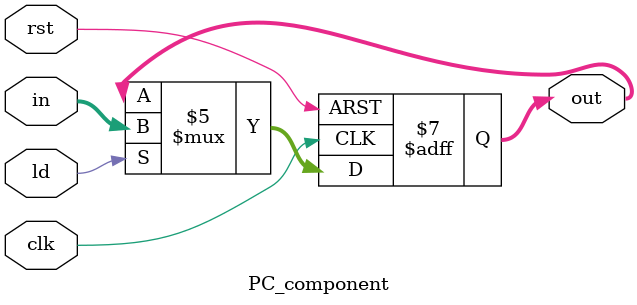
<source format=v>
`timescale 1ns/1ns
module PC_component (in, rst, ld, clk, out);
    input clk,rst,ld;
    input [31:0]in;
    output reg [31:0]out;

    always @(posedge clk, posedge rst) begin
        if(rst==1'b1)begin
            out=32'd0;
        end
        else if(ld==1'b1)begin
             out=in;
        end
    end
endmodule



</source>
